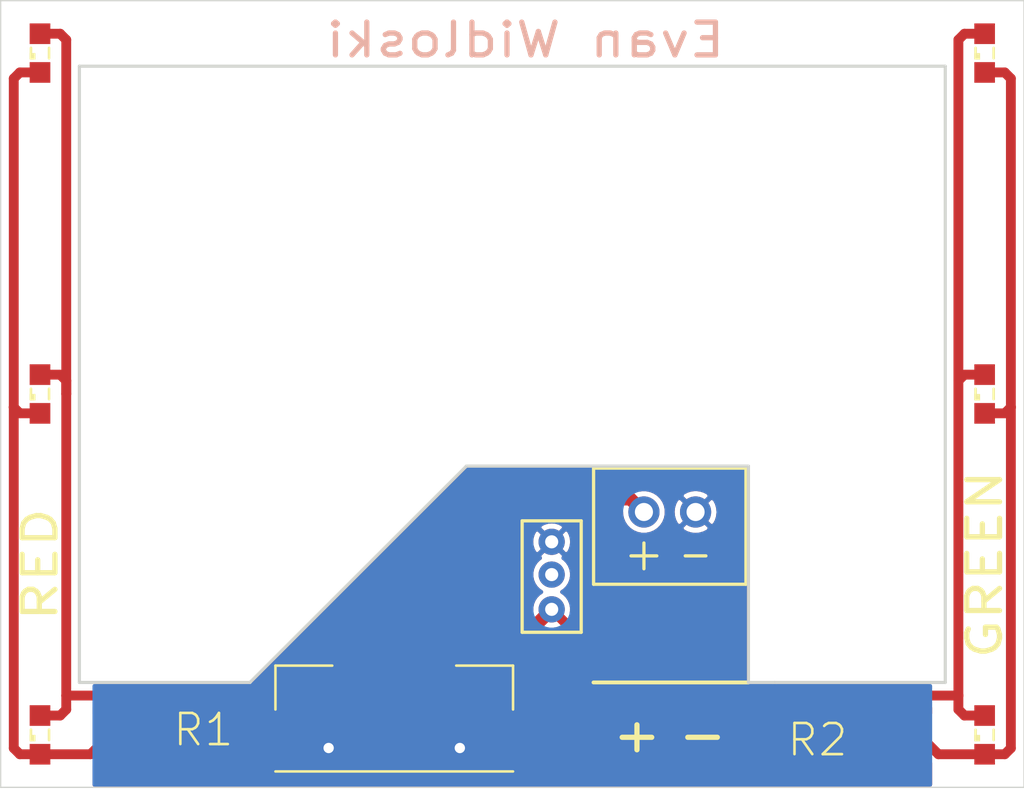
<source format=kicad_pcb>
(kicad_pcb (version 20171130) (host pcbnew 6.0.0-rc1-unknown-r13375-f0c57176)

  (general
    (thickness 1.6)
    (drawings 19)
    (tracks 55)
    (zones 0)
    (modules 11)
    (nets 8)
  )

  (page A)
  (title_block
    (title "LED Board")
    (date 2018-08-08)
    (rev 1)
    (company "Evan Widloski")
  )

  (layers
    (0 Top signal)
    (31 Bottom signal)
    (32 B.Adhes user)
    (33 F.Adhes user)
    (34 B.Paste user)
    (35 F.Paste user)
    (36 B.SilkS user)
    (37 F.SilkS user)
    (38 B.Mask user)
    (39 F.Mask user)
    (40 Dwgs.User user)
    (41 Cmts.User user)
    (42 Eco1.User user)
    (43 Eco2.User user)
    (44 Edge.Cuts user)
    (45 Margin user)
    (46 B.CrtYd user hide)
    (47 F.CrtYd user hide)
    (48 B.Fab user hide)
    (49 F.Fab user hide)
  )

  (setup
    (last_trace_width 0.25)
    (user_trace_width 0.254)
    (user_trace_width 0.381)
    (user_trace_width 0.508)
    (trace_clearance 0.2)
    (zone_clearance 0.508)
    (zone_45_only no)
    (trace_min 0.1524)
    (via_size 0.8)
    (via_drill 0.4)
    (via_min_size 0.254)
    (via_min_drill 0.254)
    (user_via 0.508 0.254)
    (user_via 0.762 0.381)
    (user_via 0.762 0.381)
    (uvia_size 0.3)
    (uvia_drill 0.1)
    (uvias_allowed no)
    (uvia_min_size 0.2)
    (uvia_min_drill 0.1)
    (edge_width 0.05)
    (segment_width 0.2)
    (pcb_text_width 0.3)
    (pcb_text_size 1.5 1.5)
    (mod_edge_width 0.12)
    (mod_text_size 1 1)
    (mod_text_width 0.15)
    (pad_size 1.016 1.016)
    (pad_drill 0.508)
    (pad_to_mask_clearance 0.2)
    (aux_axis_origin 121.92 121.92)
    (visible_elements FFFFFF7F)
    (pcbplotparams
      (layerselection 0x010fc_ffffffff)
      (usegerberextensions false)
      (usegerberattributes false)
      (usegerberadvancedattributes false)
      (creategerberjobfile false)
      (excludeedgelayer true)
      (linewidth 0.150000)
      (plotframeref false)
      (viasonmask false)
      (mode 1)
      (useauxorigin false)
      (hpglpennumber 1)
      (hpglpenspeed 20)
      (hpglpendiameter 15.000000)
      (psnegative false)
      (psa4output false)
      (plotreference true)
      (plotvalue true)
      (plotinvisibletext false)
      (padsonsilk false)
      (subtractmaskfromsilk false)
      (outputformat 1)
      (mirror false)
      (drillshape 1)
      (scaleselection 1)
      (outputdirectory ""))
  )

  (net 0 "")
  (net 1 "Net-(R1-Pad1)")
  (net 2 /VCC)
  (net 3 "Net-(GREEN1-PadC)")
  (net 4 /GND)
  (net 5 /FLOAT)
  (net 6 /BATT)
  (net 7 /SIG)

  (net_class Default "This is the default net class."
    (clearance 0.2)
    (trace_width 0.25)
    (via_dia 0.8)
    (via_drill 0.4)
    (uvia_dia 0.3)
    (uvia_drill 0.1)
    (add_net /BATT)
    (add_net /FLOAT)
    (add_net /GND)
    (add_net /SIG)
    (add_net /VCC)
    (add_net "Net-(GREEN1-PadC)")
    (add_net "Net-(R1-Pad1)")
  )

  (module led_array:LED_SML0603 (layer Top) (tedit 5B6B6CD4) (tstamp 5B6B76E2)
    (at 123.444 93.472 90)
    (descr "<b>SML0603-XXX (HIGH INTENSITY) LED</b><p>\n<table>\n<tr><td>AG3K</td><td>AQUA GREEN</td></tr>\n<tr><td>B1K</td><td>SUPER BLUE</td></tr>\n<tr><td>R1K</td><td>SUPER RED</td></tr>\n<tr><td>R3K</td><td>ULTRA RED</td></tr>\n<tr><td>O3K</td><td>SUPER ORANGE</td></tr>\n<tr><td>O3KH</td><td>SOFT ORANGE</td></tr>\n<tr><td>Y3KH</td><td>SUPER YELLOW</td></tr>\n<tr><td>Y3K</td><td>SUPER YELLOW</td></tr>\n<tr><td>2CW</td><td>WHITE</td></tr>\n</table>\nSource: http://www.ledtronics.com/ds/smd-0603/Dstr0092.pdf")
    (path /5E4E87F3BC51ED18)
    (fp_text reference RED3 (at -1 -1 90) (layer F.SilkS) hide
      (effects (font (size 1.2065 1.2065) (thickness 0.1016)) (justify left bottom))
    )
    (fp_text value LED_ESML0603 (at -1 2 90) (layer F.Fab)
      (effects (font (size 1.2065 1.2065) (thickness 0.1016)) (justify left bottom))
    )
    (fp_poly (pts (xy -0.25 -0.175) (xy 0 -0.175) (xy 0 -0.4) (xy -0.25 -0.4)) (layer F.SilkS) (width 0))
    (fp_poly (pts (xy -0.4 -0.175) (xy 0 -0.175) (xy 0 -0.4) (xy -0.4 -0.4)) (layer F.Fab) (width 0))
    (fp_line (start -0.2 0.35) (end 0.2 0.35) (layer F.SilkS) (width 0.1016))
    (fp_line (start -0.2 -0.35) (end 0.2 -0.35) (layer F.SilkS) (width 0.1016))
    (fp_line (start 0.45 -0.3) (end 0.45 0.3) (layer F.Fab) (width 0.1016))
    (fp_line (start -0.45 -0.3) (end -0.45 0.3) (layer F.Fab) (width 0.1016))
    (fp_line (start -0.75 0.35) (end -0.75 -0.35) (layer F.Fab) (width 0.1016))
    (fp_line (start 0.75 0.35) (end -0.75 0.35) (layer F.Fab) (width 0.1016))
    (fp_line (start 0.75 -0.35) (end 0.75 0.35) (layer F.Fab) (width 0.1016))
    (fp_line (start -0.75 -0.35) (end 0.75 -0.35) (layer F.Fab) (width 0.1016))
    (pad C smd rect (at -0.75 0 90) (size 0.8 0.8) (layers Top F.Paste F.Mask)
      (net 1 "Net-(R1-Pad1)") (solder_mask_margin 0.1016))
    (pad A smd rect (at 0.75 0 90) (size 0.8 0.8) (layers Top F.Paste F.Mask)
      (net 2 /VCC) (solder_mask_margin 0.1016))
  )

  (module led_array:LED_SML0603 (layer Top) (tedit 5B6B6CD4) (tstamp 5B6B7679)
    (at 123.444 106.68 90)
    (descr "<b>SML0603-XXX (HIGH INTENSITY) LED</b><p>\n<table>\n<tr><td>AG3K</td><td>AQUA GREEN</td></tr>\n<tr><td>B1K</td><td>SUPER BLUE</td></tr>\n<tr><td>R1K</td><td>SUPER RED</td></tr>\n<tr><td>R3K</td><td>ULTRA RED</td></tr>\n<tr><td>O3K</td><td>SUPER ORANGE</td></tr>\n<tr><td>O3KH</td><td>SOFT ORANGE</td></tr>\n<tr><td>Y3KH</td><td>SUPER YELLOW</td></tr>\n<tr><td>Y3K</td><td>SUPER YELLOW</td></tr>\n<tr><td>2CW</td><td>WHITE</td></tr>\n</table>\nSource: http://www.ledtronics.com/ds/smd-0603/Dstr0092.pdf")
    (path /5E4E87F3BC51ED18)
    (fp_text reference RED3 (at -1 -1 90) (layer F.SilkS) hide
      (effects (font (size 1.2065 1.2065) (thickness 0.1016)) (justify left bottom))
    )
    (fp_text value LED_ESML0603 (at -1 2 90) (layer F.Fab)
      (effects (font (size 1.2065 1.2065) (thickness 0.1016)) (justify left bottom))
    )
    (fp_line (start -0.75 -0.35) (end 0.75 -0.35) (layer F.Fab) (width 0.1016))
    (fp_line (start 0.75 -0.35) (end 0.75 0.35) (layer F.Fab) (width 0.1016))
    (fp_line (start 0.75 0.35) (end -0.75 0.35) (layer F.Fab) (width 0.1016))
    (fp_line (start -0.75 0.35) (end -0.75 -0.35) (layer F.Fab) (width 0.1016))
    (fp_line (start -0.45 -0.3) (end -0.45 0.3) (layer F.Fab) (width 0.1016))
    (fp_line (start 0.45 -0.3) (end 0.45 0.3) (layer F.Fab) (width 0.1016))
    (fp_line (start -0.2 -0.35) (end 0.2 -0.35) (layer F.SilkS) (width 0.1016))
    (fp_line (start -0.2 0.35) (end 0.2 0.35) (layer F.SilkS) (width 0.1016))
    (fp_poly (pts (xy -0.4 -0.175) (xy 0 -0.175) (xy 0 -0.4) (xy -0.4 -0.4)) (layer F.Fab) (width 0))
    (fp_poly (pts (xy -0.25 -0.175) (xy 0 -0.175) (xy 0 -0.4) (xy -0.25 -0.4)) (layer F.SilkS) (width 0))
    (pad A smd rect (at 0.75 0 90) (size 0.8 0.8) (layers Top F.Paste F.Mask)
      (net 2 /VCC) (solder_mask_margin 0.1016))
    (pad C smd rect (at -0.75 0 90) (size 0.8 0.8) (layers Top F.Paste F.Mask)
      (net 1 "Net-(R1-Pad1)") (solder_mask_margin 0.1016))
  )

  (module led_array:LED_SML0603 (layer Top) (tedit 5B6B6D02) (tstamp 5B6B765A)
    (at 160.02 106.68 90)
    (descr "<b>SML0603-XXX (HIGH INTENSITY) LED</b><p>\n<table>\n<tr><td>AG3K</td><td>AQUA GREEN</td></tr>\n<tr><td>B1K</td><td>SUPER BLUE</td></tr>\n<tr><td>R1K</td><td>SUPER RED</td></tr>\n<tr><td>R3K</td><td>ULTRA RED</td></tr>\n<tr><td>O3K</td><td>SUPER ORANGE</td></tr>\n<tr><td>O3KH</td><td>SOFT ORANGE</td></tr>\n<tr><td>Y3KH</td><td>SUPER YELLOW</td></tr>\n<tr><td>Y3K</td><td>SUPER YELLOW</td></tr>\n<tr><td>2CW</td><td>WHITE</td></tr>\n</table>\nSource: http://www.ledtronics.com/ds/smd-0603/Dstr0092.pdf")
    (path /DF692D57F10B1B6F)
    (fp_text reference GREEN3 (at -1 -1 90) (layer F.SilkS) hide
      (effects (font (size 1.2065 1.2065) (thickness 0.1016)) (justify left bottom))
    )
    (fp_text value LED_ESML0603 (at -1 2 90) (layer F.Fab)
      (effects (font (size 1.2065 1.2065) (thickness 0.1016)) (justify left bottom))
    )
    (fp_poly (pts (xy -0.25 -0.175) (xy 0 -0.175) (xy 0 -0.4) (xy -0.25 -0.4)) (layer F.SilkS) (width 0))
    (fp_poly (pts (xy -0.4 -0.175) (xy 0 -0.175) (xy 0 -0.4) (xy -0.4 -0.4)) (layer F.Fab) (width 0))
    (fp_line (start -0.2 0.35) (end 0.2 0.35) (layer F.SilkS) (width 0.1016))
    (fp_line (start -0.2 -0.35) (end 0.2 -0.35) (layer F.SilkS) (width 0.1016))
    (fp_line (start 0.45 -0.3) (end 0.45 0.3) (layer F.Fab) (width 0.1016))
    (fp_line (start -0.45 -0.3) (end -0.45 0.3) (layer F.Fab) (width 0.1016))
    (fp_line (start -0.75 0.35) (end -0.75 -0.35) (layer F.Fab) (width 0.1016))
    (fp_line (start 0.75 0.35) (end -0.75 0.35) (layer F.Fab) (width 0.1016))
    (fp_line (start 0.75 -0.35) (end 0.75 0.35) (layer F.Fab) (width 0.1016))
    (fp_line (start -0.75 -0.35) (end 0.75 -0.35) (layer F.Fab) (width 0.1016))
    (pad C smd rect (at -0.75 0 90) (size 0.8 0.8) (layers Top F.Paste F.Mask)
      (net 3 "Net-(GREEN1-PadC)") (solder_mask_margin 0.1016))
    (pad A smd rect (at 0.75 0 90) (size 0.8 0.8) (layers Top F.Paste F.Mask)
      (net 2 /VCC) (solder_mask_margin 0.1016))
  )

  (module led_array:LED_SML0603 (layer Top) (tedit 5B6B6D02) (tstamp 5B6B7B8A)
    (at 160.02 93.472 90)
    (descr "<b>SML0603-XXX (HIGH INTENSITY) LED</b><p>\n<table>\n<tr><td>AG3K</td><td>AQUA GREEN</td></tr>\n<tr><td>B1K</td><td>SUPER BLUE</td></tr>\n<tr><td>R1K</td><td>SUPER RED</td></tr>\n<tr><td>R3K</td><td>ULTRA RED</td></tr>\n<tr><td>O3K</td><td>SUPER ORANGE</td></tr>\n<tr><td>O3KH</td><td>SOFT ORANGE</td></tr>\n<tr><td>Y3KH</td><td>SUPER YELLOW</td></tr>\n<tr><td>Y3K</td><td>SUPER YELLOW</td></tr>\n<tr><td>2CW</td><td>WHITE</td></tr>\n</table>\nSource: http://www.ledtronics.com/ds/smd-0603/Dstr0092.pdf")
    (path /DF692D57F10B1B6F)
    (fp_text reference GREEN3 (at -1 -1 90) (layer F.SilkS) hide
      (effects (font (size 1.2065 1.2065) (thickness 0.1016)) (justify left bottom))
    )
    (fp_text value LED_ESML0603 (at -1 2 90) (layer F.Fab)
      (effects (font (size 1.2065 1.2065) (thickness 0.1016)) (justify left bottom))
    )
    (fp_line (start -0.75 -0.35) (end 0.75 -0.35) (layer F.Fab) (width 0.1016))
    (fp_line (start 0.75 -0.35) (end 0.75 0.35) (layer F.Fab) (width 0.1016))
    (fp_line (start 0.75 0.35) (end -0.75 0.35) (layer F.Fab) (width 0.1016))
    (fp_line (start -0.75 0.35) (end -0.75 -0.35) (layer F.Fab) (width 0.1016))
    (fp_line (start -0.45 -0.3) (end -0.45 0.3) (layer F.Fab) (width 0.1016))
    (fp_line (start 0.45 -0.3) (end 0.45 0.3) (layer F.Fab) (width 0.1016))
    (fp_line (start -0.2 -0.35) (end 0.2 -0.35) (layer F.SilkS) (width 0.1016))
    (fp_line (start -0.2 0.35) (end 0.2 0.35) (layer F.SilkS) (width 0.1016))
    (fp_poly (pts (xy -0.4 -0.175) (xy 0 -0.175) (xy 0 -0.4) (xy -0.4 -0.4)) (layer F.Fab) (width 0))
    (fp_poly (pts (xy -0.25 -0.175) (xy 0 -0.175) (xy 0 -0.4) (xy -0.25 -0.4)) (layer F.SilkS) (width 0))
    (pad A smd rect (at 0.75 0 90) (size 0.8 0.8) (layers Top F.Paste F.Mask)
      (net 2 /VCC) (solder_mask_margin 0.1016))
    (pad C smd rect (at -0.75 0 90) (size 0.8 0.8) (layers Top F.Paste F.Mask)
      (net 3 "Net-(GREEN1-PadC)") (solder_mask_margin 0.1016))
  )

  (module led_array:R0603 (layer Top) (tedit 0) (tstamp 5B6B6C9D)
    (at 127 119.888)
    (descr <b>RESISTOR</b>)
    (path /E9A346A00283DCCD)
    (fp_text reference R1 (at 1.524 0.508) (layer F.SilkS)
      (effects (font (size 1.2065 1.2065) (thickness 0.1016)) (justify left bottom))
    )
    (fp_text value RR0603 (at -0.635 1.905) (layer F.Fab)
      (effects (font (size 1.2065 1.2065) (thickness 0.1016)) (justify left bottom))
    )
    (fp_poly (pts (xy -0.1999 0.4001) (xy 0.1999 0.4001) (xy 0.1999 -0.4001) (xy -0.1999 -0.4001)) (layer F.Adhes) (width 0))
    (fp_poly (pts (xy -0.8382 0.4318) (xy -0.4318 0.4318) (xy -0.4318 -0.4318) (xy -0.8382 -0.4318)) (layer F.Fab) (width 0))
    (fp_poly (pts (xy 0.4318 0.4318) (xy 0.8382 0.4318) (xy 0.8382 -0.4318) (xy 0.4318 -0.4318)) (layer F.Fab) (width 0))
    (fp_line (start -1.473 0.983) (end -1.473 -0.983) (layer Dwgs.User) (width 0.0508))
    (fp_line (start 1.473 0.983) (end -1.473 0.983) (layer Dwgs.User) (width 0.0508))
    (fp_line (start 1.473 -0.983) (end 1.473 0.983) (layer Dwgs.User) (width 0.0508))
    (fp_line (start -1.473 -0.983) (end 1.473 -0.983) (layer Dwgs.User) (width 0.0508))
    (fp_line (start 0.432 -0.356) (end -0.432 -0.356) (layer F.Fab) (width 0.1524))
    (fp_line (start -0.432 0.356) (end 0.432 0.356) (layer F.Fab) (width 0.1524))
    (pad 2 smd rect (at 0.85 0) (size 1 1.1) (layers Top F.Paste F.Mask)
      (net 4 /GND) (solder_mask_margin 0.1016))
    (pad 1 smd rect (at -0.85 0) (size 1 1.1) (layers Top F.Paste F.Mask)
      (net 1 "Net-(R1-Pad1)") (solder_mask_margin 0.1016))
  )

  (module led_array:R0603 (layer Top) (tedit 0) (tstamp 5B6B6CAB)
    (at 156.63 119.888 180)
    (descr <b>RESISTOR</b>)
    (path /D8D8E5BA3A85EE58)
    (fp_text reference R2 (at 1.8371 0.514 180) (layer F.SilkS)
      (effects (font (size 1.2065 1.2065) (thickness 0.1016)) (justify right top))
    )
    (fp_text value RR0603 (at -0.635 1.905 180) (layer F.Fab)
      (effects (font (size 1.2065 1.2065) (thickness 0.1016)) (justify right top))
    )
    (fp_poly (pts (xy -0.1999 0.4001) (xy 0.1999 0.4001) (xy 0.1999 -0.4001) (xy -0.1999 -0.4001)) (layer F.Adhes) (width 0))
    (fp_poly (pts (xy -0.8382 0.4318) (xy -0.4318 0.4318) (xy -0.4318 -0.4318) (xy -0.8382 -0.4318)) (layer F.Fab) (width 0))
    (fp_poly (pts (xy 0.4318 0.4318) (xy 0.8382 0.4318) (xy 0.8382 -0.4318) (xy 0.4318 -0.4318)) (layer F.Fab) (width 0))
    (fp_line (start -1.473 0.983) (end -1.473 -0.983) (layer Dwgs.User) (width 0.0508))
    (fp_line (start 1.473 0.983) (end -1.473 0.983) (layer Dwgs.User) (width 0.0508))
    (fp_line (start 1.473 -0.983) (end 1.473 0.983) (layer Dwgs.User) (width 0.0508))
    (fp_line (start -1.473 -0.983) (end 1.473 -0.983) (layer Dwgs.User) (width 0.0508))
    (fp_line (start 0.432 -0.356) (end -0.432 -0.356) (layer F.Fab) (width 0.1524))
    (fp_line (start -0.432 0.356) (end 0.432 0.356) (layer F.Fab) (width 0.1524))
    (pad 2 smd rect (at 0.85 0 180) (size 1 1.1) (layers Top F.Paste F.Mask)
      (net 4 /GND) (solder_mask_margin 0.1016))
    (pad 1 smd rect (at -0.85 0 180) (size 1 1.1) (layers Top F.Paste F.Mask)
      (net 3 "Net-(GREEN1-PadC)") (solder_mask_margin 0.1016))
  )

  (module led_array:SWITCH_SLIDE_SPDT_0.4VA_28V (layer Top) (tedit 5B6B6E63) (tstamp 5B6B73E9)
    (at 137.16 120.904 270)
    (path /850A8AB0BABD3B23)
    (fp_text reference U$1 (at 0 0 270) (layer F.SilkS) hide
      (effects (font (size 1.27 1.27) (thickness 0.15)) (justify right top))
    )
    (fp_text value SWITCH_SLIDE_SPDT_0.4VA_28V (at 0 0 270) (layer F.SilkS) hide
      (effects (font (size 1.27 1.27) (thickness 0.15)) (justify right top))
    )
    (fp_line (start 0.4 -4.6) (end 0.4 4.6) (layer F.SilkS) (width 0.1))
    (fp_line (start -2 4.6) (end -3.7 4.6) (layer F.SilkS) (width 0.1))
    (fp_line (start -3.7 4.6) (end -3.7 2.4) (layer F.SilkS) (width 0.1))
    (fp_line (start -3.7 -2.4) (end -3.7 -4.6) (layer F.SilkS) (width 0.1))
    (fp_line (start -3.7 -4.6) (end -2 -4.6) (layer F.SilkS) (width 0.1))
    (fp_text user "GND\n1\n2\n3\nGND" (at 0.4084 -3.6009 270) (layer F.SilkS) hide
      (effects (font (size 0.9652 0.9652) (thickness 0.08128)) (justify left bottom))
    )
    (pad GND2 smd rect (at -0.8 4.9 90) (size 1.7 1.7) (layers Top F.Paste F.Mask)
      (net 4 /GND) (solder_mask_margin 0.1016))
    (pad GND1 smd rect (at -0.8 -4.9 90) (size 1.7 1.7) (layers Top F.Paste F.Mask)
      (net 4 /GND) (solder_mask_margin 0.1016))
    (pad 3 smd rect (at -4.3 1.5 90) (size 2.5 1) (layers Top F.Paste F.Mask)
      (net 2 /VCC) (solder_mask_margin 0.1016))
    (pad 2 smd rect (at -4.3 0 90) (size 2.5 1) (layers Top F.Paste F.Mask)
      (net 6 /BATT) (solder_mask_margin 0.1016))
    (pad 1 smd rect (at -4.3 -1.5 90) (size 2.5 1) (layers Top F.Paste F.Mask)
      (net 5 /FLOAT) (solder_mask_margin 0.1016))
  )

  (module led_array:LED_SML0603 (layer Top) (tedit 5B6B6CD4) (tstamp 5B6B6CD6)
    (at 123.444 119.888 90)
    (descr "<b>SML0603-XXX (HIGH INTENSITY) LED</b><p>\n<table>\n<tr><td>AG3K</td><td>AQUA GREEN</td></tr>\n<tr><td>B1K</td><td>SUPER BLUE</td></tr>\n<tr><td>R1K</td><td>SUPER RED</td></tr>\n<tr><td>R3K</td><td>ULTRA RED</td></tr>\n<tr><td>O3K</td><td>SUPER ORANGE</td></tr>\n<tr><td>O3KH</td><td>SOFT ORANGE</td></tr>\n<tr><td>Y3KH</td><td>SUPER YELLOW</td></tr>\n<tr><td>Y3K</td><td>SUPER YELLOW</td></tr>\n<tr><td>2CW</td><td>WHITE</td></tr>\n</table>\nSource: http://www.ledtronics.com/ds/smd-0603/Dstr0092.pdf")
    (path /5E4E87F3BC51ED18)
    (fp_text reference RED3 (at -1 -1 90) (layer F.SilkS) hide
      (effects (font (size 1.2065 1.2065) (thickness 0.1016)) (justify left bottom))
    )
    (fp_text value LED_ESML0603 (at -1 2 90) (layer F.Fab)
      (effects (font (size 1.2065 1.2065) (thickness 0.1016)) (justify left bottom))
    )
    (fp_poly (pts (xy -0.25 -0.175) (xy 0 -0.175) (xy 0 -0.4) (xy -0.25 -0.4)) (layer F.SilkS) (width 0))
    (fp_poly (pts (xy -0.4 -0.175) (xy 0 -0.175) (xy 0 -0.4) (xy -0.4 -0.4)) (layer F.Fab) (width 0))
    (fp_line (start -0.2 0.35) (end 0.2 0.35) (layer F.SilkS) (width 0.1016))
    (fp_line (start -0.2 -0.35) (end 0.2 -0.35) (layer F.SilkS) (width 0.1016))
    (fp_line (start 0.45 -0.3) (end 0.45 0.3) (layer F.Fab) (width 0.1016))
    (fp_line (start -0.45 -0.3) (end -0.45 0.3) (layer F.Fab) (width 0.1016))
    (fp_line (start -0.75 0.35) (end -0.75 -0.35) (layer F.Fab) (width 0.1016))
    (fp_line (start 0.75 0.35) (end -0.75 0.35) (layer F.Fab) (width 0.1016))
    (fp_line (start 0.75 -0.35) (end 0.75 0.35) (layer F.Fab) (width 0.1016))
    (fp_line (start -0.75 -0.35) (end 0.75 -0.35) (layer F.Fab) (width 0.1016))
    (pad C smd rect (at -0.75 0 90) (size 0.8 0.8) (layers Top F.Paste F.Mask)
      (net 1 "Net-(R1-Pad1)") (solder_mask_margin 0.1016))
    (pad A smd rect (at 0.75 0 90) (size 0.8 0.8) (layers Top F.Paste F.Mask)
      (net 2 /VCC) (solder_mask_margin 0.1016))
  )

  (module led_array:LED_SML0603 (layer Top) (tedit 5B6B6D02) (tstamp 5B6B6CF4)
    (at 160.02 119.888 90)
    (descr "<b>SML0603-XXX (HIGH INTENSITY) LED</b><p>\n<table>\n<tr><td>AG3K</td><td>AQUA GREEN</td></tr>\n<tr><td>B1K</td><td>SUPER BLUE</td></tr>\n<tr><td>R1K</td><td>SUPER RED</td></tr>\n<tr><td>R3K</td><td>ULTRA RED</td></tr>\n<tr><td>O3K</td><td>SUPER ORANGE</td></tr>\n<tr><td>O3KH</td><td>SOFT ORANGE</td></tr>\n<tr><td>Y3KH</td><td>SUPER YELLOW</td></tr>\n<tr><td>Y3K</td><td>SUPER YELLOW</td></tr>\n<tr><td>2CW</td><td>WHITE</td></tr>\n</table>\nSource: http://www.ledtronics.com/ds/smd-0603/Dstr0092.pdf")
    (path /DF692D57F10B1B6F)
    (fp_text reference GREEN3 (at -1 -1 90) (layer F.SilkS) hide
      (effects (font (size 1.2065 1.2065) (thickness 0.1016)) (justify left bottom))
    )
    (fp_text value LED_ESML0603 (at -1 2 90) (layer F.Fab)
      (effects (font (size 1.2065 1.2065) (thickness 0.1016)) (justify left bottom))
    )
    (fp_poly (pts (xy -0.25 -0.175) (xy 0 -0.175) (xy 0 -0.4) (xy -0.25 -0.4)) (layer F.SilkS) (width 0))
    (fp_poly (pts (xy -0.4 -0.175) (xy 0 -0.175) (xy 0 -0.4) (xy -0.4 -0.4)) (layer F.Fab) (width 0))
    (fp_line (start -0.2 0.35) (end 0.2 0.35) (layer F.SilkS) (width 0.1016))
    (fp_line (start -0.2 -0.35) (end 0.2 -0.35) (layer F.SilkS) (width 0.1016))
    (fp_line (start 0.45 -0.3) (end 0.45 0.3) (layer F.Fab) (width 0.1016))
    (fp_line (start -0.45 -0.3) (end -0.45 0.3) (layer F.Fab) (width 0.1016))
    (fp_line (start -0.75 0.35) (end -0.75 -0.35) (layer F.Fab) (width 0.1016))
    (fp_line (start 0.75 0.35) (end -0.75 0.35) (layer F.Fab) (width 0.1016))
    (fp_line (start 0.75 -0.35) (end 0.75 0.35) (layer F.Fab) (width 0.1016))
    (fp_line (start -0.75 -0.35) (end 0.75 -0.35) (layer F.Fab) (width 0.1016))
    (pad C smd rect (at -0.75 0 90) (size 0.8 0.8) (layers Top F.Paste F.Mask)
      (net 3 "Net-(GREEN1-PadC)") (solder_mask_margin 0.1016))
    (pad A smd rect (at 0.75 0 90) (size 0.8 0.8) (layers Top F.Paste F.Mask)
      (net 2 /VCC) (solder_mask_margin 0.1016))
  )

  (module led_array:CONN_HEADER_MILLMAX_REC_3POS_0.5IN (layer Top) (tedit 5B6B799A) (tstamp 5B6B838B)
    (at 143.256 113.7536 270)
    (path /AA898CC2A8B04D1A)
    (fp_text reference U$2 (at 0 0 270) (layer F.SilkS) hide
      (effects (font (size 1.27 1.27) (thickness 0.15)) (justify right top))
    )
    (fp_text value CONN_HEADER_MILLMAX_REC_3POS_0.5IN (at 0 0 270) (layer F.SilkS) hide
      (effects (font (size 1.27 1.27) (thickness 0.15)) (justify right top))
    )
    (fp_line (start -2.159 -1.143) (end -2.159 1.143) (layer F.SilkS) (width 0.127))
    (fp_line (start 2.159 -1.143) (end -2.159 -1.143) (layer F.SilkS) (width 0.127))
    (fp_line (start 2.159 1.143) (end 2.159 -1.143) (layer F.SilkS) (width 0.127))
    (fp_line (start -2.159 1.143) (end 2.159 1.143) (layer F.SilkS) (width 0.127))
    (pad 1 thru_hole circle (at -1.3462 0 270) (size 1.016 1.016) (drill 0.508) (layers *.Cu *.Mask)
      (net 4 /GND) (solder_mask_margin 0.1016))
    (pad 3 thru_hole circle (at 1.27 0 270) (size 1.016 1.016) (drill 0.508) (layers *.Cu *.Mask)
      (net 2 /VCC) (solder_mask_margin 0.1016))
    (pad 2 thru_hole circle (at -0.0762 0 270) (size 1.016 1.016) (drill 0.508) (layers *.Cu *.Mask)
      (net 7 /SIG) (solder_mask_margin 0.1016))
  )

  (module led_array:JST_CONN_HEADER_PH_TOP_2POS_2MM (layer Top) (tedit 0) (tstamp 5B6B854C)
    (at 147.828 111.252)
    (path /93CD699454307519)
    (fp_text reference U$3 (at 0 0) (layer F.SilkS) hide
      (effects (font (size 1.27 1.27) (thickness 0.15)) (justify right top))
    )
    (fp_text value JST_CONN_HEADER_PH_TOP_2POS_2MMJST_CONN_HEADER_PH_TOP_2POS_2MM (at 0 0) (layer F.SilkS) hide
      (effects (font (size 1.27 1.27) (thickness 0.15)) (justify right top))
    )
    (fp_line (start 0.6 1.7) (end 1.4 1.7) (layer F.SilkS) (width 0.127))
    (fp_line (start -1.5 1.7) (end -0.5 1.7) (layer F.SilkS) (width 0.127))
    (fp_line (start -1 1.2) (end -1 2.2) (layer F.SilkS) (width 0.127))
    (fp_line (start -2.95 2.8) (end -2.95 -1.7) (layer F.SilkS) (width 0.127))
    (fp_line (start 2.95 2.8) (end -2.95 2.8) (layer F.SilkS) (width 0.127))
    (fp_line (start 2.95 -1.7) (end 2.95 2.8) (layer F.SilkS) (width 0.127))
    (fp_line (start -2.95 -1.7) (end 2.95 -1.7) (layer F.SilkS) (width 0.127))
    (pad PWR thru_hole circle (at -1 0) (size 1.208 1.208) (drill 0.7) (layers *.Cu *.Mask)
      (net 6 /BATT) (solder_mask_margin 0.1016))
    (pad GND thru_hole circle (at 1 0) (size 1.208 1.208) (drill 0.7) (layers *.Cu *.Mask)
      (net 4 /GND) (solder_mask_margin 0.1016))
  )

  (gr_text - (at 149.098 119.888) (layer F.SilkS) (tstamp 5B6B8568)
    (effects (font (size 1.27 1.5) (thickness 0.2032)))
  )
  (gr_text + (at 146.558 119.888) (layer F.SilkS)
    (effects (font (size 1.27 1.5) (thickness 0.2032)))
  )
  (gr_text GREEN (at 160.02 113.284 90) (layer F.SilkS) (tstamp 5B6B843D)
    (effects (font (size 1.27 1.5) (thickness 0.2032)))
  )
  (gr_text RED (at 123.444 113.284 90) (layer F.SilkS) (tstamp 5B6B8437)
    (effects (font (size 1.27 1.5) (thickness 0.2032)))
  )
  (gr_text "Evan Widloski" (at 142.24 92.964) (layer B.SilkS)
    (effects (font (size 1.27 1.5) (thickness 0.2032)) (justify mirror))
  )
  (gr_line (start 150.876 117.856) (end 151.892 117.856) (layer Edge.Cuts) (width 0.12))
  (gr_line (start 150.876 109.474) (end 150.876 117.856) (layer Edge.Cuts) (width 0.12))
  (gr_line (start 139.954 109.474) (end 150.876 109.474) (layer Edge.Cuts) (width 0.12))
  (gr_line (start 131.572 117.856) (end 139.954 109.474) (layer Edge.Cuts) (width 0.12))
  (gr_line (start 124.968 117.856) (end 131.572 117.856) (layer Edge.Cuts) (width 0.12))
  (gr_line (start 124.968 93.98) (end 158.496 93.98) (layer Edge.Cuts) (width 0.12))
  (gr_line (start 124.968 117.856) (end 124.968 93.98) (layer Edge.Cuts) (width 0.12))
  (gr_line (start 158.496 93.98) (end 158.496 117.856) (layer Edge.Cuts) (width 0.12))
  (gr_line (start 158.496 117.856) (end 151.892 117.856) (layer Edge.Cuts) (width 0.12))
  (gr_line (start 161.544 91.44) (end 121.92 91.44) (layer Edge.Cuts) (width 0.05))
  (gr_line (start 161.544 121.92) (end 161.544 91.44) (layer Edge.Cuts) (width 0.05))
  (gr_line (start 121.92 121.92) (end 161.544 121.92) (layer Edge.Cuts) (width 0.05))
  (gr_line (start 121.92 91.44) (end 121.92 121.92) (layer Edge.Cuts) (width 0.05))
  (gr_line (start 144.876 117.856) (end 150.876 117.856) (layer F.SilkS) (width 0.15) (tstamp 55BA78E66BB0))

  (segment (start 122.663 94.222) (end 123.444 94.222) (width 0.381) (layer Top) (net 1))
  (segment (start 122.428 94.457) (end 122.663 94.222) (width 0.381) (layer Top) (net 1))
  (segment (start 122.663 120.638) (end 122.428 120.403) (width 0.381) (layer Top) (net 1))
  (segment (start 123.444 120.638) (end 122.663 120.638) (width 0.381) (layer Top) (net 1))
  (segment (start 122.428 107.195) (end 122.428 107.188) (width 0.381) (layer Top) (net 1))
  (segment (start 122.663 107.43) (end 122.428 107.195) (width 0.381) (layer Top) (net 1))
  (segment (start 123.444 107.43) (end 122.663 107.43) (width 0.381) (layer Top) (net 1))
  (segment (start 122.428 120.403) (end 122.428 107.188) (width 0.381) (layer Top) (net 1))
  (segment (start 122.428 107.188) (end 122.428 94.457) (width 0.381) (layer Top) (net 1))
  (segment (start 125.4 120.638) (end 126.15 119.888) (width 0.381) (layer Top) (net 1))
  (segment (start 123.444 120.638) (end 125.4 120.638) (width 0.381) (layer Top) (net 1))
  (segment (start 143.256 115.0236) (end 139.4076 118.872) (width 0.508) (layer Top) (net 2))
  (segment (start 135.66 118.362) (end 135.66 116.604) (width 0.508) (layer Top) (net 2))
  (segment (start 136.17 118.872) (end 135.66 118.362) (width 0.508) (layer Top) (net 2))
  (segment (start 139.4076 118.872) (end 136.17 118.872) (width 0.508) (layer Top) (net 2))
  (segment (start 124.225 92.722) (end 124.46 92.957) (width 0.381) (layer Top) (net 2))
  (segment (start 123.444 92.722) (end 124.225 92.722) (width 0.381) (layer Top) (net 2))
  (segment (start 135.658 118.364) (end 135.66 118.362) (width 0.381) (layer Top) (net 2))
  (segment (start 124.46 118.364) (end 135.658 118.364) (width 0.381) (layer Top) (net 2))
  (segment (start 124.46 118.903) (end 124.46 118.364) (width 0.381) (layer Top) (net 2))
  (segment (start 124.225 119.138) (end 124.46 118.903) (width 0.381) (layer Top) (net 2))
  (segment (start 123.444 119.138) (end 124.225 119.138) (width 0.381) (layer Top) (net 2))
  (segment (start 146.5964 118.364) (end 143.256 115.0236) (width 0.381) (layer Top) (net 2))
  (segment (start 159.004 118.364) (end 146.5964 118.364) (width 0.381) (layer Top) (net 2))
  (segment (start 159.004 92.957) (end 159.004 118.364) (width 0.381) (layer Top) (net 2))
  (segment (start 160.02 92.722) (end 159.239 92.722) (width 0.381) (layer Top) (net 2))
  (segment (start 159.239 92.722) (end 159.004 92.957) (width 0.381) (layer Top) (net 2))
  (segment (start 159.004 118.903) (end 159.004 118.364) (width 0.381) (layer Top) (net 2))
  (segment (start 159.239 119.138) (end 159.004 118.903) (width 0.381) (layer Top) (net 2))
  (segment (start 160.02 119.138) (end 159.239 119.138) (width 0.381) (layer Top) (net 2))
  (segment (start 124.46 106.165) (end 124.46 106.68) (width 0.381) (layer Top) (net 2))
  (segment (start 124.225 105.93) (end 124.46 106.165) (width 0.381) (layer Top) (net 2))
  (segment (start 123.444 105.93) (end 124.225 105.93) (width 0.381) (layer Top) (net 2))
  (segment (start 124.46 92.957) (end 124.46 106.68) (width 0.381) (layer Top) (net 2))
  (segment (start 124.46 106.68) (end 124.46 118.364) (width 0.381) (layer Top) (net 2))
  (segment (start 159.239 105.93) (end 159.004 106.165) (width 0.381) (layer Top) (net 2))
  (segment (start 160.02 105.93) (end 159.239 105.93) (width 0.381) (layer Top) (net 2))
  (segment (start 160.801 94.222) (end 160.02 94.222) (width 0.381) (layer Top) (net 3))
  (segment (start 161.036 94.457) (end 160.801 94.222) (width 0.381) (layer Top) (net 3))
  (segment (start 160.801 120.638) (end 161.036 120.403) (width 0.381) (layer Top) (net 3))
  (segment (start 160.02 120.638) (end 160.801 120.638) (width 0.381) (layer Top) (net 3))
  (segment (start 161.036 107.195) (end 161.036 107.188) (width 0.381) (layer Top) (net 3))
  (segment (start 160.02 107.43) (end 160.801 107.43) (width 0.381) (layer Top) (net 3))
  (segment (start 160.801 107.43) (end 161.036 107.195) (width 0.381) (layer Top) (net 3))
  (segment (start 161.036 120.403) (end 161.036 107.188) (width 0.381) (layer Top) (net 3))
  (segment (start 161.036 107.188) (end 161.036 94.457) (width 0.381) (layer Top) (net 3))
  (segment (start 158.23 120.638) (end 157.48 119.888) (width 0.381) (layer Top) (net 3))
  (segment (start 160.02 120.638) (end 158.23 120.638) (width 0.381) (layer Top) (net 3))
  (via (at 134.62 120.396) (size 0.8) (drill 0.4) (layers Top Bottom) (net 4))
  (via (at 139.7 120.396) (size 0.8) (drill 0.4) (layers Top Bottom) (net 4))
  (segment (start 146.828 111.252) (end 146.812 111.252) (width 0.508) (layer Top) (net 6))
  (segment (start 146.812 111.252) (end 146.304 110.744) (width 0.508) (layer Top) (net 6))
  (segment (start 146.304 110.744) (end 141.224 110.744) (width 0.508) (layer Top) (net 6))
  (segment (start 137.16 114.808) (end 137.16 116.604) (width 0.508) (layer Top) (net 6))
  (segment (start 141.224 110.744) (end 137.16 114.808) (width 0.508) (layer Top) (net 6))

  (zone (net 4) (net_name /GND) (layer Bottom) (tstamp 5B6B8597) (hatch edge 0.508)
    (priority 6)
    (connect_pads (clearance 0))
    (min_thickness 0.1524)
    (fill yes (arc_segments 32) (thermal_gap 0.2024) (thermal_bridge_width 0.2024))
    (polygon
      (pts
        (xy 125.476 109.22) (xy 157.988 109.22) (xy 157.988 122.428) (xy 125.476 122.428)
      )
    )
    (filled_polygon
      (pts
        (xy 150.739801 117.8493) (xy 150.739141 117.856) (xy 150.741771 117.8827) (xy 150.749559 117.908374) (xy 150.762206 117.932035)
        (xy 150.779226 117.952774) (xy 150.799965 117.969794) (xy 150.823626 117.982441) (xy 150.8493 117.990229) (xy 150.86931 117.9922)
        (xy 150.876 117.992859) (xy 150.88269 117.9922) (xy 157.9118 117.9922) (xy 157.9118 121.8188) (xy 125.5522 121.8188)
        (xy 125.5522 117.9922) (xy 131.56531 117.9922) (xy 131.572 117.992859) (xy 131.57869 117.9922) (xy 131.5987 117.990229)
        (xy 131.624374 117.982441) (xy 131.648035 117.969794) (xy 131.668774 117.952774) (xy 131.673044 117.947571) (xy 136.020452 113.600163)
        (xy 142.4718 113.600163) (xy 142.4718 113.754637) (xy 142.501937 113.906143) (xy 142.561051 114.048858) (xy 142.646872 114.177298)
        (xy 142.756102 114.286528) (xy 142.851843 114.3505) (xy 142.756102 114.414472) (xy 142.646872 114.523702) (xy 142.561051 114.652142)
        (xy 142.501937 114.794857) (xy 142.4718 114.946363) (xy 142.4718 115.100837) (xy 142.501937 115.252343) (xy 142.561051 115.395058)
        (xy 142.646872 115.523498) (xy 142.756102 115.632728) (xy 142.884542 115.718549) (xy 143.027257 115.777663) (xy 143.178763 115.8078)
        (xy 143.333237 115.8078) (xy 143.484743 115.777663) (xy 143.627458 115.718549) (xy 143.755898 115.632728) (xy 143.865128 115.523498)
        (xy 143.950949 115.395058) (xy 144.010063 115.252343) (xy 144.0402 115.100837) (xy 144.0402 114.946363) (xy 144.010063 114.794857)
        (xy 143.950949 114.652142) (xy 143.865128 114.523702) (xy 143.755898 114.414472) (xy 143.660157 114.3505) (xy 143.755898 114.286528)
        (xy 143.865128 114.177298) (xy 143.950949 114.048858) (xy 144.010063 113.906143) (xy 144.0402 113.754637) (xy 144.0402 113.600163)
        (xy 144.010063 113.448657) (xy 143.950949 113.305942) (xy 143.865128 113.177502) (xy 143.755898 113.068272) (xy 143.70919 113.037063)
        (xy 143.747667 112.934422) (xy 143.256 112.442755) (xy 142.764333 112.934422) (xy 142.80281 113.037063) (xy 142.756102 113.068272)
        (xy 142.646872 113.177502) (xy 142.561051 113.305942) (xy 142.501937 113.448657) (xy 142.4718 113.600163) (xy 136.020452 113.600163)
        (xy 137.219249 112.401366) (xy 142.465616 112.401366) (xy 142.479626 112.555678) (xy 142.523471 112.704292) (xy 142.595467 112.841496)
        (xy 142.602173 112.851532) (xy 142.728978 112.899067) (xy 143.220645 112.4074) (xy 143.291355 112.4074) (xy 143.783022 112.899067)
        (xy 143.909827 112.851532) (xy 143.98391 112.715443) (xy 144.03002 112.567515) (xy 144.046384 112.413434) (xy 144.032374 112.259122)
        (xy 143.988529 112.110508) (xy 143.916533 111.973304) (xy 143.909827 111.963268) (xy 143.783022 111.915733) (xy 143.291355 112.4074)
        (xy 143.220645 112.4074) (xy 142.728978 111.915733) (xy 142.602173 111.963268) (xy 142.52809 112.099357) (xy 142.48198 112.247285)
        (xy 142.465616 112.401366) (xy 137.219249 112.401366) (xy 137.740237 111.880378) (xy 142.764333 111.880378) (xy 143.256 112.372045)
        (xy 143.747667 111.880378) (xy 143.700132 111.753573) (xy 143.564043 111.67949) (xy 143.416115 111.63338) (xy 143.262034 111.617016)
        (xy 143.107722 111.631026) (xy 142.959108 111.674871) (xy 142.821904 111.746867) (xy 142.811868 111.753573) (xy 142.764333 111.880378)
        (xy 137.740237 111.880378) (xy 138.455307 111.165308) (xy 145.9478 111.165308) (xy 145.9478 111.338692) (xy 145.981626 111.508745)
        (xy 146.047977 111.668931) (xy 146.144304 111.813095) (xy 146.266905 111.935696) (xy 146.411069 112.032023) (xy 146.571255 112.098374)
        (xy 146.741308 112.1322) (xy 146.914692 112.1322) (xy 147.084745 112.098374) (xy 147.244931 112.032023) (xy 147.389095 111.935696)
        (xy 147.477521 111.84727) (xy 148.268085 111.84727) (xy 148.327142 111.983904) (xy 148.479553 112.067553) (xy 148.645355 112.119861)
        (xy 148.818175 112.138818) (xy 148.991374 112.123694) (xy 149.158294 112.075072) (xy 149.312521 111.99482) (xy 149.328858 111.983904)
        (xy 149.387915 111.84727) (xy 148.828 111.287355) (xy 148.268085 111.84727) (xy 147.477521 111.84727) (xy 147.511696 111.813095)
        (xy 147.608023 111.668931) (xy 147.674374 111.508745) (xy 147.7082 111.338692) (xy 147.7082 111.242175) (xy 147.941182 111.242175)
        (xy 147.956306 111.415374) (xy 148.004928 111.582294) (xy 148.08518 111.736521) (xy 148.096096 111.752858) (xy 148.23273 111.811915)
        (xy 148.792645 111.252) (xy 148.863355 111.252) (xy 149.42327 111.811915) (xy 149.559904 111.752858) (xy 149.643553 111.600447)
        (xy 149.695861 111.434645) (xy 149.714818 111.261825) (xy 149.699694 111.088626) (xy 149.651072 110.921706) (xy 149.57082 110.767479)
        (xy 149.559904 110.751142) (xy 149.42327 110.692085) (xy 148.863355 111.252) (xy 148.792645 111.252) (xy 148.23273 110.692085)
        (xy 148.096096 110.751142) (xy 148.012447 110.903553) (xy 147.960139 111.069355) (xy 147.941182 111.242175) (xy 147.7082 111.242175)
        (xy 147.7082 111.165308) (xy 147.674374 110.995255) (xy 147.608023 110.835069) (xy 147.511696 110.690905) (xy 147.477521 110.65673)
        (xy 148.268085 110.65673) (xy 148.828 111.216645) (xy 149.387915 110.65673) (xy 149.328858 110.520096) (xy 149.176447 110.436447)
        (xy 149.010645 110.384139) (xy 148.837825 110.365182) (xy 148.664626 110.380306) (xy 148.497706 110.428928) (xy 148.343479 110.50918)
        (xy 148.327142 110.520096) (xy 148.268085 110.65673) (xy 147.477521 110.65673) (xy 147.389095 110.568304) (xy 147.244931 110.471977)
        (xy 147.084745 110.405626) (xy 146.914692 110.3718) (xy 146.741308 110.3718) (xy 146.571255 110.405626) (xy 146.411069 110.471977)
        (xy 146.266905 110.568304) (xy 146.144304 110.690905) (xy 146.047977 110.835069) (xy 145.981626 110.995255) (xy 145.9478 111.165308)
        (xy 138.455307 111.165308) (xy 140.010416 109.6102) (xy 150.7398 109.6102)
      )
    )
  )
  (zone (net 4) (net_name /GND) (layer Top) (tstamp 5B6B8594) (hatch edge 0.508)
    (priority 6)
    (connect_pads (clearance 0))
    (min_thickness 0.1524)
    (fill yes (arc_segments 32) (thermal_gap 0.2024) (thermal_bridge_width 0.2024))
    (polygon
      (pts
        (xy 157.988 109.22) (xy 157.988 122.428) (xy 125.476 122.428) (xy 125.476 109.22)
      )
    )
    (filled_polygon
      (pts
        (xy 146.250184 118.677797) (xy 146.264797 118.695603) (xy 146.282603 118.710216) (xy 146.282604 118.710217) (xy 146.33586 118.753924)
        (xy 146.362311 118.768062) (xy 146.416938 118.797261) (xy 146.504911 118.823947) (xy 146.573474 118.8307) (xy 146.573485 118.8307)
        (xy 146.5964 118.832957) (xy 146.619315 118.8307) (xy 157.9118 118.8307) (xy 157.9118 119.060464) (xy 156.98 119.060464)
        (xy 156.925855 119.065797) (xy 156.873792 119.08159) (xy 156.825809 119.107237) (xy 156.783752 119.141752) (xy 156.749237 119.183809)
        (xy 156.72359 119.231792) (xy 156.707797 119.283855) (xy 156.702464 119.338) (xy 156.702464 120.438) (xy 156.707797 120.492145)
        (xy 156.72359 120.544208) (xy 156.749237 120.592191) (xy 156.783752 120.634248) (xy 156.825809 120.668763) (xy 156.873792 120.69441)
        (xy 156.925855 120.710203) (xy 156.98 120.715536) (xy 157.647523 120.715536) (xy 157.883783 120.951796) (xy 157.898397 120.969603)
        (xy 157.9118 120.980603) (xy 157.9118 121.8188) (xy 125.5522 121.8188) (xy 125.5522 121.079531) (xy 125.579462 121.071261)
        (xy 125.660539 121.027924) (xy 125.731603 120.969603) (xy 125.746221 120.951791) (xy 125.982476 120.715536) (xy 126.65 120.715536)
        (xy 126.704145 120.710203) (xy 126.756208 120.69441) (xy 126.804191 120.668763) (xy 126.846248 120.634248) (xy 126.880763 120.592191)
        (xy 126.90641 120.544208) (xy 126.922203 120.492145) (xy 126.927536 120.438) (xy 126.927536 119.98265) (xy 127.0714 119.98265)
        (xy 127.0714 120.465439) (xy 127.082106 120.519264) (xy 127.103108 120.569966) (xy 127.133597 120.615597) (xy 127.172403 120.654403)
        (xy 127.218033 120.684892) (xy 127.268735 120.705894) (xy 127.32256 120.7166) (xy 127.75535 120.7166) (xy 127.825 120.64695)
        (xy 127.825 119.913) (xy 127.875 119.913) (xy 127.875 120.64695) (xy 127.94465 120.7166) (xy 128.37744 120.7166)
        (xy 128.431265 120.705894) (xy 128.481967 120.684892) (xy 128.527597 120.654403) (xy 128.566403 120.615597) (xy 128.596892 120.569966)
        (xy 128.617894 120.519264) (xy 128.6286 120.465439) (xy 128.6286 120.19865) (xy 131.1314 120.19865) (xy 131.1314 120.98144)
        (xy 131.142106 121.035265) (xy 131.163108 121.085967) (xy 131.193597 121.131597) (xy 131.232403 121.170403) (xy 131.278034 121.200892)
        (xy 131.328736 121.221894) (xy 131.382561 121.2326) (xy 132.16535 121.2326) (xy 132.235 121.16295) (xy 132.235 120.129)
        (xy 132.285 120.129) (xy 132.285 121.16295) (xy 132.35465 121.2326) (xy 133.137439 121.2326) (xy 133.191264 121.221894)
        (xy 133.241966 121.200892) (xy 133.287597 121.170403) (xy 133.326403 121.131597) (xy 133.356892 121.085967) (xy 133.377894 121.035265)
        (xy 133.3886 120.98144) (xy 133.3886 120.19865) (xy 140.9314 120.19865) (xy 140.9314 120.98144) (xy 140.942106 121.035265)
        (xy 140.963108 121.085967) (xy 140.993597 121.131597) (xy 141.032403 121.170403) (xy 141.078034 121.200892) (xy 141.128736 121.221894)
        (xy 141.182561 121.2326) (xy 141.96535 121.2326) (xy 142.035 121.16295) (xy 142.035 120.129) (xy 142.085 120.129)
        (xy 142.085 121.16295) (xy 142.15465 121.2326) (xy 142.937439 121.2326) (xy 142.991264 121.221894) (xy 143.041966 121.200892)
        (xy 143.087597 121.170403) (xy 143.126403 121.131597) (xy 143.156892 121.085967) (xy 143.177894 121.035265) (xy 143.1886 120.98144)
        (xy 143.1886 120.19865) (xy 143.11895 120.129) (xy 142.085 120.129) (xy 142.035 120.129) (xy 141.00105 120.129)
        (xy 140.9314 120.19865) (xy 133.3886 120.19865) (xy 133.31895 120.129) (xy 132.285 120.129) (xy 132.235 120.129)
        (xy 131.20105 120.129) (xy 131.1314 120.19865) (xy 128.6286 120.19865) (xy 128.6286 119.98265) (xy 128.55895 119.913)
        (xy 127.875 119.913) (xy 127.825 119.913) (xy 127.14105 119.913) (xy 127.0714 119.98265) (xy 126.927536 119.98265)
        (xy 126.927536 119.338) (xy 126.924834 119.310561) (xy 127.0714 119.310561) (xy 127.0714 119.79335) (xy 127.14105 119.863)
        (xy 127.825 119.863) (xy 127.825 119.12905) (xy 127.875 119.12905) (xy 127.875 119.863) (xy 128.55895 119.863)
        (xy 128.6286 119.79335) (xy 128.6286 119.310561) (xy 128.617894 119.256736) (xy 128.605395 119.22656) (xy 131.1314 119.22656)
        (xy 131.1314 120.00935) (xy 131.20105 120.079) (xy 132.235 120.079) (xy 132.235 119.04505) (xy 132.285 119.04505)
        (xy 132.285 120.079) (xy 133.31895 120.079) (xy 133.3886 120.00935) (xy 133.3886 119.22656) (xy 133.377894 119.172735)
        (xy 133.356892 119.122033) (xy 133.326403 119.076403) (xy 133.287597 119.037597) (xy 133.241966 119.007108) (xy 133.191264 118.986106)
        (xy 133.137439 118.9754) (xy 132.35465 118.9754) (xy 132.285 119.04505) (xy 132.235 119.04505) (xy 132.16535 118.9754)
        (xy 131.382561 118.9754) (xy 131.328736 118.986106) (xy 131.278034 119.007108) (xy 131.232403 119.037597) (xy 131.193597 119.076403)
        (xy 131.163108 119.122033) (xy 131.142106 119.172735) (xy 131.1314 119.22656) (xy 128.605395 119.22656) (xy 128.596892 119.206034)
        (xy 128.566403 119.160403) (xy 128.527597 119.121597) (xy 128.481967 119.091108) (xy 128.431265 119.070106) (xy 128.37744 119.0594)
        (xy 127.94465 119.0594) (xy 127.875 119.12905) (xy 127.825 119.12905) (xy 127.75535 119.0594) (xy 127.32256 119.0594)
        (xy 127.268735 119.070106) (xy 127.218033 119.091108) (xy 127.172403 119.121597) (xy 127.133597 119.160403) (xy 127.103108 119.206034)
        (xy 127.082106 119.256736) (xy 127.0714 119.310561) (xy 126.924834 119.310561) (xy 126.922203 119.283855) (xy 126.90641 119.231792)
        (xy 126.880763 119.183809) (xy 126.846248 119.141752) (xy 126.804191 119.107237) (xy 126.756208 119.08159) (xy 126.704145 119.065797)
        (xy 126.65 119.060464) (xy 125.65 119.060464) (xy 125.595855 119.065797) (xy 125.5522 119.079039) (xy 125.5522 118.8307)
        (xy 135.378885 118.8307) (xy 135.776675 119.228491) (xy 135.793278 119.248722) (xy 135.874012 119.314978) (xy 135.96612 119.364211)
        (xy 136.066063 119.394528) (xy 136.143957 119.4022) (xy 136.14396 119.4022) (xy 136.17 119.404765) (xy 136.19604 119.4022)
        (xy 139.38156 119.4022) (xy 139.4076 119.404765) (xy 139.43364 119.4022) (xy 139.433643 119.4022) (xy 139.511537 119.394528)
        (xy 139.61148 119.364211) (xy 139.703588 119.314978) (xy 139.784322 119.248722) (xy 139.800929 119.228486) (xy 139.802855 119.22656)
        (xy 140.9314 119.22656) (xy 140.9314 120.00935) (xy 141.00105 120.079) (xy 142.035 120.079) (xy 142.035 119.04505)
        (xy 142.085 119.04505) (xy 142.085 120.079) (xy 143.11895 120.079) (xy 143.1886 120.00935) (xy 143.1886 119.98265)
        (xy 155.0014 119.98265) (xy 155.0014 120.465439) (xy 155.012106 120.519264) (xy 155.033108 120.569966) (xy 155.063597 120.615597)
        (xy 155.102403 120.654403) (xy 155.148033 120.684892) (xy 155.198735 120.705894) (xy 155.25256 120.7166) (xy 155.68535 120.7166)
        (xy 155.755 120.64695) (xy 155.755 119.913) (xy 155.805 119.913) (xy 155.805 120.64695) (xy 155.87465 120.7166)
        (xy 156.30744 120.7166) (xy 156.361265 120.705894) (xy 156.411967 120.684892) (xy 156.457597 120.654403) (xy 156.496403 120.615597)
        (xy 156.526892 120.569966) (xy 156.547894 120.519264) (xy 156.5586 120.465439) (xy 156.5586 119.98265) (xy 156.48895 119.913)
        (xy 155.805 119.913) (xy 155.755 119.913) (xy 155.07105 119.913) (xy 155.0014 119.98265) (xy 143.1886 119.98265)
        (xy 143.1886 119.310561) (xy 155.0014 119.310561) (xy 155.0014 119.79335) (xy 155.07105 119.863) (xy 155.755 119.863)
        (xy 155.755 119.12905) (xy 155.805 119.12905) (xy 155.805 119.863) (xy 156.48895 119.863) (xy 156.5586 119.79335)
        (xy 156.5586 119.310561) (xy 156.547894 119.256736) (xy 156.526892 119.206034) (xy 156.496403 119.160403) (xy 156.457597 119.121597)
        (xy 156.411967 119.091108) (xy 156.361265 119.070106) (xy 156.30744 119.0594) (xy 155.87465 119.0594) (xy 155.805 119.12905)
        (xy 155.755 119.12905) (xy 155.68535 119.0594) (xy 155.25256 119.0594) (xy 155.198735 119.070106) (xy 155.148033 119.091108)
        (xy 155.102403 119.121597) (xy 155.063597 119.160403) (xy 155.033108 119.206034) (xy 155.012106 119.256736) (xy 155.0014 119.310561)
        (xy 143.1886 119.310561) (xy 143.1886 119.22656) (xy 143.177894 119.172735) (xy 143.156892 119.122033) (xy 143.126403 119.076403)
        (xy 143.087597 119.037597) (xy 143.041966 119.007108) (xy 142.991264 118.986106) (xy 142.937439 118.9754) (xy 142.15465 118.9754)
        (xy 142.085 119.04505) (xy 142.035 119.04505) (xy 141.96535 118.9754) (xy 141.182561 118.9754) (xy 141.128736 118.986106)
        (xy 141.078034 119.007108) (xy 141.032403 119.037597) (xy 140.993597 119.076403) (xy 140.963108 119.122033) (xy 140.942106 119.172735)
        (xy 140.9314 119.22656) (xy 139.802855 119.22656) (xy 143.221616 115.8078) (xy 143.333237 115.8078) (xy 143.372398 115.80001)
      )
    )
    (filled_polygon
      (pts
        (xy 150.739801 117.8493) (xy 150.739141 117.856) (xy 150.741771 117.8827) (xy 150.7462 117.8973) (xy 146.789713 117.8973)
        (xy 144.03241 115.139998) (xy 144.0402 115.100837) (xy 144.0402 114.946363) (xy 144.010063 114.794857) (xy 143.950949 114.652142)
        (xy 143.865128 114.523702) (xy 143.755898 114.414472) (xy 143.660157 114.3505) (xy 143.755898 114.286528) (xy 143.865128 114.177298)
        (xy 143.950949 114.048858) (xy 144.010063 113.906143) (xy 144.0402 113.754637) (xy 144.0402 113.600163) (xy 144.010063 113.448657)
        (xy 143.950949 113.305942) (xy 143.865128 113.177502) (xy 143.755898 113.068272) (xy 143.70919 113.037063) (xy 143.747667 112.934422)
        (xy 143.256 112.442755) (xy 142.764333 112.934422) (xy 142.80281 113.037063) (xy 142.756102 113.068272) (xy 142.646872 113.177502)
        (xy 142.561051 113.305942) (xy 142.501937 113.448657) (xy 142.4718 113.600163) (xy 142.4718 113.754637) (xy 142.501937 113.906143)
        (xy 142.561051 114.048858) (xy 142.646872 114.177298) (xy 142.756102 114.286528) (xy 142.851843 114.3505) (xy 142.756102 114.414472)
        (xy 142.646872 114.523702) (xy 142.561051 114.652142) (xy 142.501937 114.794857) (xy 142.4718 114.946363) (xy 142.4718 115.057984)
        (xy 139.187985 118.3418) (xy 136.389616 118.3418) (xy 136.1902 118.142385) (xy 136.1902 118.128561) (xy 136.214145 118.126203)
        (xy 136.266208 118.11041) (xy 136.314191 118.084763) (xy 136.356248 118.050248) (xy 136.390763 118.008191) (xy 136.41 117.9722)
        (xy 136.429237 118.008191) (xy 136.463752 118.050248) (xy 136.505809 118.084763) (xy 136.553792 118.11041) (xy 136.605855 118.126203)
        (xy 136.66 118.131536) (xy 137.66 118.131536) (xy 137.714145 118.126203) (xy 137.766208 118.11041) (xy 137.814191 118.084763)
        (xy 137.856248 118.050248) (xy 137.890763 118.008191) (xy 137.91 117.9722) (xy 137.929237 118.008191) (xy 137.963752 118.050248)
        (xy 138.005809 118.084763) (xy 138.053792 118.11041) (xy 138.105855 118.126203) (xy 138.16 118.131536) (xy 139.16 118.131536)
        (xy 139.214145 118.126203) (xy 139.266208 118.11041) (xy 139.314191 118.084763) (xy 139.356248 118.050248) (xy 139.390763 118.008191)
        (xy 139.41641 117.960208) (xy 139.432203 117.908145) (xy 139.437536 117.854) (xy 139.437536 115.354) (xy 139.432203 115.299855)
        (xy 139.41641 115.247792) (xy 139.390763 115.199809) (xy 139.356248 115.157752) (xy 139.314191 115.123237) (xy 139.266208 115.09759)
        (xy 139.214145 115.081797) (xy 139.16 115.076464) (xy 138.16 115.076464) (xy 138.105855 115.081797) (xy 138.053792 115.09759)
        (xy 138.005809 115.123237) (xy 137.963752 115.157752) (xy 137.929237 115.199809) (xy 137.91 115.2358) (xy 137.890763 115.199809)
        (xy 137.856248 115.157752) (xy 137.814191 115.123237) (xy 137.766208 115.09759) (xy 137.714145 115.081797) (xy 137.6902 115.079439)
        (xy 137.6902 115.027615) (xy 140.316449 112.401366) (xy 142.465616 112.401366) (xy 142.479626 112.555678) (xy 142.523471 112.704292)
        (xy 142.595467 112.841496) (xy 142.602173 112.851532) (xy 142.728978 112.899067) (xy 143.220645 112.4074) (xy 143.291355 112.4074)
        (xy 143.783022 112.899067) (xy 143.909827 112.851532) (xy 143.98391 112.715443) (xy 144.03002 112.567515) (xy 144.046384 112.413434)
        (xy 144.032374 112.259122) (xy 143.988529 112.110508) (xy 143.916533 111.973304) (xy 143.909827 111.963268) (xy 143.783022 111.915733)
        (xy 143.291355 112.4074) (xy 143.220645 112.4074) (xy 142.728978 111.915733) (xy 142.602173 111.963268) (xy 142.52809 112.099357)
        (xy 142.48198 112.247285) (xy 142.465616 112.401366) (xy 140.316449 112.401366) (xy 140.837437 111.880378) (xy 142.764333 111.880378)
        (xy 143.256 112.372045) (xy 143.747667 111.880378) (xy 143.700132 111.753573) (xy 143.564043 111.67949) (xy 143.416115 111.63338)
        (xy 143.262034 111.617016) (xy 143.107722 111.631026) (xy 142.959108 111.674871) (xy 142.821904 111.746867) (xy 142.811868 111.753573)
        (xy 142.764333 111.880378) (xy 140.837437 111.880378) (xy 141.443616 111.2742) (xy 145.9478 111.2742) (xy 145.9478 111.338692)
        (xy 145.981626 111.508745) (xy 146.047977 111.668931) (xy 146.144304 111.813095) (xy 146.266905 111.935696) (xy 146.411069 112.032023)
        (xy 146.571255 112.098374) (xy 146.741308 112.1322) (xy 146.914692 112.1322) (xy 147.084745 112.098374) (xy 147.244931 112.032023)
        (xy 147.389095 111.935696) (xy 147.477521 111.84727) (xy 148.268085 111.84727) (xy 148.327142 111.983904) (xy 148.479553 112.067553)
        (xy 148.645355 112.119861) (xy 148.818175 112.138818) (xy 148.991374 112.123694) (xy 149.158294 112.075072) (xy 149.312521 111.99482)
        (xy 149.328858 111.983904) (xy 149.387915 111.84727) (xy 148.828 111.287355) (xy 148.268085 111.84727) (xy 147.477521 111.84727)
        (xy 147.511696 111.813095) (xy 147.608023 111.668931) (xy 147.674374 111.508745) (xy 147.7082 111.338692) (xy 147.7082 111.242175)
        (xy 147.941182 111.242175) (xy 147.956306 111.415374) (xy 148.004928 111.582294) (xy 148.08518 111.736521) (xy 148.096096 111.752858)
        (xy 148.23273 111.811915) (xy 148.792645 111.252) (xy 148.863355 111.252) (xy 149.42327 111.811915) (xy 149.559904 111.752858)
        (xy 149.643553 111.600447) (xy 149.695861 111.434645) (xy 149.714818 111.261825) (xy 149.699694 111.088626) (xy 149.651072 110.921706)
        (xy 149.57082 110.767479) (xy 149.559904 110.751142) (xy 149.42327 110.692085) (xy 148.863355 111.252) (xy 148.792645 111.252)
        (xy 148.23273 110.692085) (xy 148.096096 110.751142) (xy 148.012447 110.903553) (xy 147.960139 111.069355) (xy 147.941182 111.242175)
        (xy 147.7082 111.242175) (xy 147.7082 111.165308) (xy 147.674374 110.995255) (xy 147.608023 110.835069) (xy 147.511696 110.690905)
        (xy 147.477521 110.65673) (xy 148.268085 110.65673) (xy 148.828 111.216645) (xy 149.387915 110.65673) (xy 149.328858 110.520096)
        (xy 149.176447 110.436447) (xy 149.010645 110.384139) (xy 148.837825 110.365182) (xy 148.664626 110.380306) (xy 148.497706 110.428928)
        (xy 148.343479 110.50918) (xy 148.327142 110.520096) (xy 148.268085 110.65673) (xy 147.477521 110.65673) (xy 147.389095 110.568304)
        (xy 147.244931 110.471977) (xy 147.084745 110.405626) (xy 146.914692 110.3718) (xy 146.741308 110.3718) (xy 146.692415 110.381526)
        (xy 146.680722 110.367278) (xy 146.599988 110.301022) (xy 146.50788 110.251789) (xy 146.407937 110.221472) (xy 146.330043 110.2138)
        (xy 146.33004 110.2138) (xy 146.304 110.211235) (xy 146.27796 110.2138) (xy 141.25004 110.2138) (xy 141.224 110.211235)
        (xy 141.19796 110.2138) (xy 141.197957 110.2138) (xy 141.120063 110.221472) (xy 141.02012 110.251789) (xy 140.928012 110.301022)
        (xy 140.847278 110.367278) (xy 140.830675 110.387509) (xy 136.803514 114.414671) (xy 136.783278 114.431278) (xy 136.717022 114.512012)
        (xy 136.667789 114.604121) (xy 136.637472 114.704064) (xy 136.6298 114.781957) (xy 136.627235 114.808) (xy 136.6298 114.83404)
        (xy 136.6298 115.079439) (xy 136.605855 115.081797) (xy 136.553792 115.09759) (xy 136.505809 115.123237) (xy 136.463752 115.157752)
        (xy 136.429237 115.199809) (xy 136.41 115.2358) (xy 136.390763 115.199809) (xy 136.356248 115.157752) (xy 136.314191 115.123237)
        (xy 136.266208 115.09759) (xy 136.214145 115.081797) (xy 136.16 115.076464) (xy 135.16 115.076464) (xy 135.105855 115.081797)
        (xy 135.053792 115.09759) (xy 135.005809 115.123237) (xy 134.963752 115.157752) (xy 134.929237 115.199809) (xy 134.90359 115.247792)
        (xy 134.887797 115.299855) (xy 134.882464 115.354) (xy 134.882464 117.854) (xy 134.886729 117.8973) (xy 131.723315 117.8973)
        (xy 140.010416 109.6102) (xy 150.7398 109.6102)
      )
    )
  )
)

</source>
